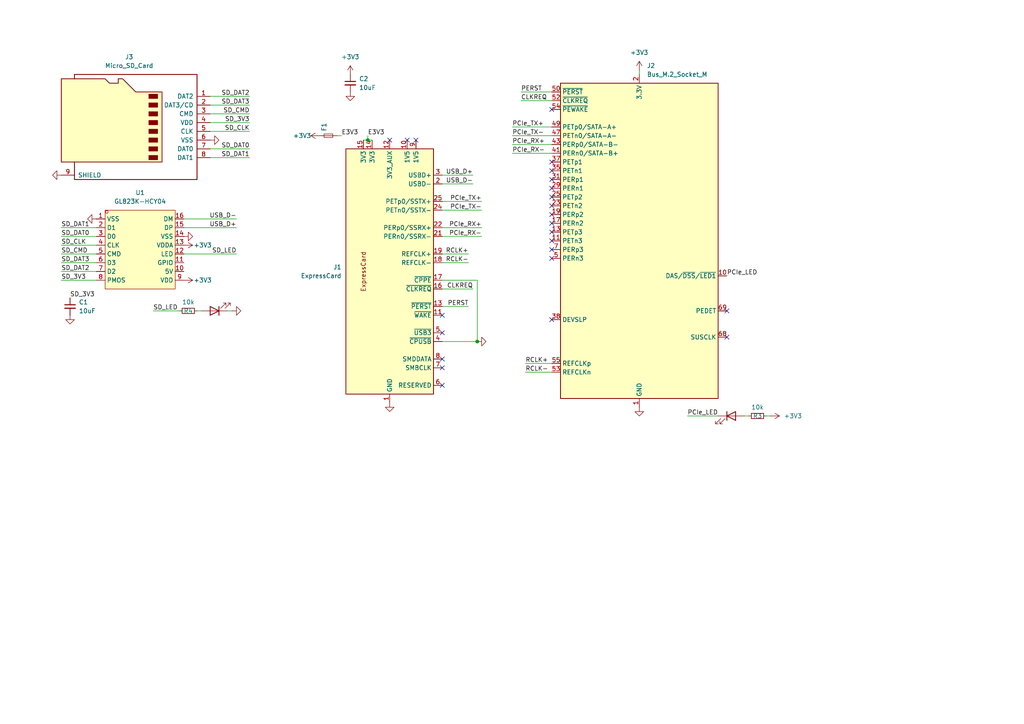
<source format=kicad_sch>
(kicad_sch (version 20231120) (generator "eeschema") (generator_version "8.0")
  (paper "A4")
  (lib_symbols
    (symbol "Connector:Bus_M.2_Socket_M"
      (property "Reference" "J" (at -22.86 46.99 0))
      (property "Value" "Bus_M.2_Socket_M" (at 16.51 46.99 0))
      (symbol "Bus_M.2_Socket_M_0_1"
        (rectangle (start -22.86 45.72) (end 22.86 -45.72) (stroke (width 0.254)) (fill (type background)))
      )
      (symbol "Bus_M.2_Socket_M_1_1"
        (pin power_in line (at 0 -48.26 90) (length 2.54) (name "GND") (number "1"))
        (pin bidirectional line (at 25.4 -10.16 180) (length 2.54) (name "DAS/~{DSS}/~{LED1}") (number "10"))
        (pin output line (at -25.4 0 0) (length 2.54) (name "PETn3") (number "11"))
        (pin passive line (at 0 48.26 270) (length 2.54) hide (name "3.3V") (number "12"))
        (pin output line (at -25.4 2.54 0) (length 2.54) (name "PETp3") (number "13"))
        (pin passive line (at 0 48.26 270) (length 2.54) hide (name "3.3V") (number "14"))
        (pin passive line (at 0 -48.26 90) (length 2.54) hide (name "GND") (number "15"))
        (pin passive line (at 0 48.26 270) (length 2.54) hide (name "3.3V") (number "16"))
        (pin input line (at -25.4 5.08 0) (length 2.54) (name "PERn2") (number "17"))
        (pin passive line (at 0 48.26 270) (length 2.54) hide (name "3.3V") (number "18"))
        (pin input line (at -25.4 7.62 0) (length 2.54) (name "PERp2") (number "19"))
        (pin power_in line (at 0 48.26 270) (length 2.54) (name "3.3V") (number "2"))
        (pin no_connect line (at 22.86 2.54 180) (length 2.54) hide (name "NC") (number "20"))
        (pin passive line (at 0 -48.26 90) (length 2.54) hide (name "GND") (number "21"))
        (pin no_connect line (at 22.86 5.08 180) (length 2.54) hide (name "NC") (number "22"))
        (pin output line (at -25.4 10.16 0) (length 2.54) (name "PETn2") (number "23"))
        (pin no_connect line (at 22.86 7.62 180) (length 2.54) hide (name "NC") (number "24"))
        (pin output line (at -25.4 12.7 0) (length 2.54) (name "PETp2") (number "25"))
        (pin no_connect line (at 22.86 10.16 180) (length 2.54) hide (name "NC") (number "26"))
        (pin passive line (at 0 -48.26 90) (length 2.54) hide (name "GND") (number "27"))
        (pin no_connect line (at 22.86 12.7 180) (length 2.54) hide (name "NC") (number "28"))
        (pin input line (at -25.4 15.24 0) (length 2.54) (name "PERn1") (number "29"))
        (pin passive line (at 0 -48.26 90) (length 2.54) hide (name "GND") (number "3"))
        (pin no_connect line (at 22.86 15.24 180) (length 2.54) hide (name "NC") (number "30"))
        (pin input line (at -25.4 17.78 0) (length 2.54) (name "PERp1") (number "31"))
        (pin no_connect line (at 22.86 17.78 180) (length 2.54) hide (name "NC") (number "32"))
        (pin passive line (at 0 -48.26 90) (length 2.54) hide (name "GND") (number "33"))
        (pin no_connect line (at 22.86 20.32 180) (length 2.54) hide (name "NC") (number "34"))
        (pin output line (at -25.4 20.32 0) (length 2.54) (name "PETn1") (number "35"))
        (pin no_connect line (at 22.86 22.86 180) (length 2.54) hide (name "NC") (number "36"))
        (pin output line (at -25.4 22.86 0) (length 2.54) (name "PETp1") (number "37"))
        (pin output line (at -25.4 -22.86 0) (length 2.54) (name "DEVSLP") (number "38"))
        (pin passive line (at 0 -48.26 90) (length 2.54) hide (name "GND") (number "39"))
        (pin passive line (at 0 48.26 270) (length 2.54) hide (name "3.3V") (number "4"))
        (pin no_connect line (at 22.86 25.4 180) (length 2.54) hide (name "NC") (number "40"))
        (pin input line (at -25.4 25.4 0) (length 2.54) (name "PERn0/SATA-B+") (number "41"))
        (pin no_connect line (at 22.86 27.94 180) (length 2.54) hide (name "NC") (number "42"))
        (pin input line (at -25.4 27.94 0) (length 2.54) (name "PERp0/SATA-B-") (number "43"))
        (pin no_connect line (at 22.86 30.48 180) (length 2.54) hide (name "NC") (number "44"))
        (pin passive line (at 0 -48.26 90) (length 2.54) hide (name "GND") (number "45"))
        (pin no_connect line (at 22.86 33.02 180) (length 2.54) hide (name "NC") (number "46"))
        (pin output line (at -25.4 30.48 0) (length 2.54) (name "PETn0/SATA-A-") (number "47"))
        (pin no_connect line (at 22.86 35.56 180) (length 2.54) hide (name "NC") (number "48"))
        (pin output line (at -25.4 33.02 0) (length 2.54) (name "PETp0/SATA-A+") (number "49"))
        (pin input line (at -25.4 -5.08 0) (length 2.54) (name "PERn3") (number "5"))
        (pin output line (at -25.4 43.18 0) (length 2.54) (name "~{PERST}") (number "50"))
        (pin passive line (at 0 -48.26 90) (length 2.54) hide (name "GND") (number "51"))
        (pin bidirectional line (at -25.4 40.64 0) (length 2.54) (name "~{CLKREQ}") (number "52"))
        (pin output line (at -25.4 -38.1 0) (length 2.54) (name "REFCLKn") (number "53"))
        (pin bidirectional line (at -25.4 38.1 0) (length 2.54) (name "~{PEWAKE}") (number "54"))
        (pin output line (at -25.4 -35.56 0) (length 2.54) (name "REFCLKp") (number "55"))
        (pin no_connect line (at 22.86 38.1 180) (length 2.54) hide (name "NC") (number "56"))
        (pin passive line (at 0 -48.26 90) (length 2.54) hide (name "GND") (number "57"))
        (pin no_connect line (at 22.86 40.64 180) (length 2.54) hide (name "NC") (number "58"))
        (pin no_connect line (at 22.86 -2.54 180) (length 2.54) hide (name "NC") (number "6"))
        (pin no_connect line (at 22.86 -5.08 180) (length 2.54) hide (name "NC") (number "67"))
        (pin output line (at 25.4 -27.94 180) (length 2.54) (name "SUSCLK") (number "68"))
        (pin passive line (at 25.4 -20.32 180) (length 2.54) (name "PEDET") (number "69"))
        (pin input line (at -25.4 -2.54 0) (length 2.54) (name "PERp3") (number "7"))
        (pin passive line (at 0 48.26 270) (length 2.54) hide (name "3.3V") (number "70"))
        (pin passive line (at 0 -48.26 90) (length 2.54) hide (name "GND") (number "71"))
        (pin passive line (at 0 48.26 270) (length 2.54) hide (name "3.3V") (number "72"))
        (pin passive line (at 0 -48.26 90) (length 2.54) hide (name "GND") (number "73"))
        (pin passive line (at 0 48.26 270) (length 2.54) hide (name "3.3V") (number "74"))
        (pin passive line (at 0 -48.26 90) (length 2.54) hide (name "GND") (number "75"))
        (pin no_connect line (at 22.86 0 180) (length 2.54) hide (name "NC") (number "8"))
        (pin passive line (at 0 -48.26 90) (length 2.54) hide (name "GND") (number "9"))
      )
    )
    (symbol "Connector:ExpressCard"
      (property "Reference" "J" (at 11.43 36.83 0))
      (property "Value" "ExpressCard" (at 7.62 -36.83 0))
      (symbol "ExpressCard_0_0"
        (text "ExpressCard" (at -7.62 0 900) (effects (font (size 1.27 1.27))))
      )
      (symbol "ExpressCard_0_1"
        (rectangle (start -12.7 35.56) (end 12.7 -35.56) (stroke (width 0.254)) (fill (type background)))
      )
      (symbol "ExpressCard_1_1"
        (pin power_out line (at 0 -38.1 90) (length 2.54) (name "GND") (number "1"))
        (pin power_out line (at 5.08 38.1 270) (length 2.54) (name "1V5") (number "10"))
        (pin input line (at 15.24 -12.7 180) (length 2.54) (name "~{WAKE}") (number "11"))
        (pin power_out line (at 0 38.1 270) (length 2.54) (name "3V3_AUX") (number "12"))
        (pin output line (at 15.24 -10.16 180) (length 2.54) (name "~{PERST}") (number "13"))
        (pin power_out line (at -5.08 38.1 270) (length 2.54) (name "3V3") (number "14"))
        (pin power_out line (at -7.62 38.1 270) (length 2.54) (name "3V3") (number "15"))
        (pin input line (at 15.24 -5.08 180) (length 2.54) (name "~{CLKREQ}") (number "16"))
        (pin input line (at 15.24 -2.54 180) (length 2.54) (name "~{CPPE}") (number "17"))
        (pin output line (at 15.24 2.54 180) (length 2.54) (name "REFCLK-") (number "18"))
        (pin output line (at 15.24 5.08 180) (length 2.54) (name "REFCLK+") (number "19"))
        (pin bidirectional line (at 15.24 25.4 180) (length 2.54) (name "USBD-") (number "2"))
        (pin passive line (at 0 -38.1 90) (length 2.54) hide (name "GND") (number "20"))
        (pin input line (at 15.24 10.16 180) (length 2.54) (name "PERn0/SSRX-") (number "21"))
        (pin input line (at 15.24 12.7 180) (length 2.54) (name "PERp0/SSRX+") (number "22"))
        (pin passive line (at 0 -38.1 90) (length 2.54) hide (name "GND") (number "23"))
        (pin output line (at 15.24 17.78 180) (length 2.54) (name "PETn0/SSTX-") (number "24"))
        (pin output line (at 15.24 20.32 180) (length 2.54) (name "PETp0/SSTX+") (number "25"))
        (pin passive line (at 0 -38.1 90) (length 2.54) hide (name "GND") (number "26"))
        (pin bidirectional line (at 15.24 27.94 180) (length 2.54) (name "USBD+") (number "3"))
        (pin input line (at 15.24 -20.32 180) (length 2.54) (name "~{CPUSB}") (number "4"))
        (pin bidirectional line (at 15.24 -17.78 180) (length 2.54) (name "~{USB3}") (number "5"))
        (pin passive line (at 15.24 -33.02 180) (length 2.54) (name "RESERVED") (number "6"))
        (pin output line (at 15.24 -27.94 180) (length 2.54) (name "SMBCLK") (number "7"))
        (pin bidirectional line (at 15.24 -25.4 180) (length 2.54) (name "SMDDATA") (number "8"))
        (pin power_out line (at 7.62 38.1 270) (length 2.54) (name "1V5") (number "9"))
      )
    )
    (symbol "Connector:Micro_SD_Card" (pin_names (offset 1.016))
      (property "Reference" "J" (at -16.51 15.24 0))
      (property "Value" "Micro_SD_Card" (at 16.51 15.24 0))
      (symbol "Micro_SD_Card_0_1"
        (rectangle (start -7.62 -9.525) (end -5.08 -10.795) (fill (type outline)))
        (rectangle (start -7.62 -6.985) (end -5.08 -8.255) (fill (type outline)))
        (rectangle (start -7.62 -4.445) (end -5.08 -5.715) (fill (type outline)))
        (rectangle (start -7.62 -1.905) (end -5.08 -3.175) (fill (type outline)))
        (rectangle (start -7.62 0.635) (end -5.08 -0.635) (fill (type outline)))
        (rectangle (start -7.62 3.175) (end -5.08 1.905) (fill (type outline)))
        (rectangle (start -7.62 5.715) (end -5.08 4.445) (fill (type outline)))
        (rectangle (start -7.62 8.255) (end -5.08 6.985) (fill (type outline)))
        (polyline (pts (xy 16.51 12.7) (xy 16.51 13.97) (xy -19.05 13.97) (xy -19.05 -16.51) (xy 16.51 -16.51) (xy 16.51 -11.43)) (stroke (width 0.254)))
        (polyline (pts (xy -8.89 -11.43) (xy -8.89 8.89) (xy -1.27 8.89) (xy 2.54 12.7) (xy 3.81 12.7) (xy 3.81 11.43) (xy 6.35 11.43) (xy 7.62 12.7) (xy 20.32 12.7) (xy 20.32 -11.43) (xy -8.89 -11.43)) (stroke (width 0.254)) (fill (type background)))
      )
      (symbol "Micro_SD_Card_1_1"
        (pin bidirectional line (at -22.86 7.62 0) (length 3.81) (name "DAT2") (number "1"))
        (pin bidirectional line (at -22.86 5.08 0) (length 3.81) (name "DAT3/CD") (number "2"))
        (pin input line (at -22.86 2.54 0) (length 3.81) (name "CMD") (number "3"))
        (pin power_in line (at -22.86 0 0) (length 3.81) (name "VDD") (number "4"))
        (pin input line (at -22.86 -2.54 0) (length 3.81) (name "CLK") (number "5"))
        (pin power_in line (at -22.86 -5.08 0) (length 3.81) (name "VSS") (number "6"))
        (pin bidirectional line (at -22.86 -7.62 0) (length 3.81) (name "DAT0") (number "7"))
        (pin bidirectional line (at -22.86 -10.16 0) (length 3.81) (name "DAT1") (number "8"))
        (pin passive line (at 20.32 -15.24 180) (length 3.81) (name "SHIELD") (number "9"))
      )
    )
    (symbol "Device:C_Small" (pin_numbers hide) (pin_names (offset 0.254) hide)
      (property "Reference" "C" (at 0.254 1.778 0))
      (property "Value" "C_Small" (at 0.254 -2.032 0))
      (symbol "C_Small_0_1"
        (polyline (pts (xy -1.524 -0.508) (xy 1.524 -0.508)) (stroke (width 0.3302)))
        (polyline (pts (xy -1.524 0.508) (xy 1.524 0.508)) (stroke (width 0.3048)))
      )
      (symbol "C_Small_1_1"
        (pin passive line (at 0 2.54 270) (length 2.032) (name "~") (number "1"))
        (pin passive line (at 0 -2.54 90) (length 2.032) (name "~") (number "2"))
      )
    )
    (symbol "Device:Fuse_Small" (pin_numbers hide) (pin_names (offset 0.254) hide)
      (property "Reference" "F" (at 0 -1.524 0))
      (property "Value" "Fuse_Small" (at 0 1.524 0))
      (symbol "Fuse_Small_0_1"
        (rectangle (start -1.27 0.508) (end 1.27 -0.508))
        (polyline (pts (xy -1.27 0) (xy 1.27 0)))
      )
      (symbol "Fuse_Small_1_1"
        (pin passive line (at -2.54 0 0) (length 1.27) (name "~") (number "1"))
        (pin passive line (at 2.54 0 180) (length 1.27) (name "~") (number "2"))
      )
    )
    (symbol "Device:LED" (pin_numbers hide) (pin_names (offset 1.016) hide)
      (property "Reference" "D" (at 0 2.54 0))
      (property "Value" "LED" (at 0 -2.54 0))
      (symbol "LED_0_1"
        (polyline (pts (xy -1.27 -1.27) (xy -1.27 1.27)) (stroke (width 0.254)))
        (polyline (pts (xy -1.27 0) (xy 1.27 0)))
        (polyline (pts (xy 1.27 -1.27) (xy 1.27 1.27) (xy -1.27 0) (xy 1.27 -1.27)) (stroke (width 0.254)))
        (polyline (pts (xy -3.048 -0.762) (xy -4.572 -2.286) (xy -3.81 -2.286) (xy -4.572 -2.286) (xy -4.572 -1.524)))
        (polyline (pts (xy -1.778 -0.762) (xy -3.302 -2.286) (xy -2.54 -2.286) (xy -3.302 -2.286) (xy -3.302 -1.524)))
      )
      (symbol "LED_1_1"
        (pin passive line (at -3.81 0 0) (length 2.54) (name "K") (number "1"))
        (pin passive line (at 3.81 0 180) (length 2.54) (name "A") (number "2"))
      )
    )
    (symbol "Device:R_Small" (pin_numbers hide) (pin_names (offset 0.254) hide)
      (property "Reference" "R" (at 0.762 0.508 0))
      (property "Value" "R_Small" (at 0.762 -1.016 0))
      (symbol "R_Small_0_1"
        (rectangle (start -0.762 1.778) (end 0.762 -1.778) (stroke (width 0.2032)))
      )
      (symbol "R_Small_1_1"
        (pin passive line (at 0 2.54 270) (length 0.762) (name "~") (number "1"))
        (pin passive line (at 0 -2.54 90) (length 0.762) (name "~") (number "2"))
      )
    )
    (symbol "New_Library:GL823K-HCY04"
      (property "Reference" "U" (at 0 13.97 0))
      (property "Value" "GL823K-HCY04" (at 0 -13.97 0))
      (symbol "GL823K-HCY04_0_1"
        (rectangle (start -10.16 11.43) (end 10.16 -11.43) (fill (type background)))
        (circle (center -9.65 10.92) (radius 0.38))
        (pin unspecified line (at -12.7 8.89 0) (length 2.54) (name "VSS") (number "1"))
        (pin unspecified line (at 12.7 -6.35 180) (length 2.54) (name "5V") (number "10"))
        (pin unspecified line (at 12.7 -3.81 180) (length 2.54) (name "GPIO") (number "11"))
        (pin unspecified line (at 12.7 -1.27 180) (length 2.54) (name "LED") (number "12"))
        (pin unspecified line (at 12.7 1.27 180) (length 2.54) (name "VDDA") (number "13"))
        (pin unspecified line (at 12.7 3.81 180) (length 2.54) (name "VSS") (number "14"))
        (pin unspecified line (at 12.7 6.35 180) (length 2.54) (name "DP") (number "15"))
        (pin unspecified line (at 12.7 8.89 180) (length 2.54) (name "DM") (number "16"))
        (pin unspecified line (at -12.7 6.35 0) (length 2.54) (name "D1") (number "2"))
        (pin unspecified line (at -12.7 3.81 0) (length 2.54) (name "D0") (number "3"))
        (pin unspecified line (at -12.7 1.27 0) (length 2.54) (name "CLK") (number "4"))
        (pin unspecified line (at -12.7 -1.27 0) (length 2.54) (name "CMD") (number "5"))
        (pin unspecified line (at -12.7 -3.81 0) (length 2.54) (name "D3") (number "6"))
        (pin unspecified line (at -12.7 -6.35 0) (length 2.54) (name "D2") (number "7"))
        (pin unspecified line (at -12.7 -8.89 0) (length 2.54) (name "PMOS") (number "8"))
        (pin unspecified line (at 12.7 -8.89 180) (length 2.54) (name "VDD") (number "9"))
      )
    )
    (symbol "power:+3V3" (power) (pin_numbers hide) (pin_names (offset 0) hide)
      (property "Value" "+3V3" (at 0 3.556 0))
      (symbol "+3V3_0_1"
        (polyline (pts (xy -0.762 1.27) (xy 0 2.54)))
        (polyline (pts (xy 0 0) (xy 0 2.54)))
        (polyline (pts (xy 0 2.54) (xy 0.762 1.27)))
      )
      (symbol "+3V3_1_1"
        (pin power_in line (at 0 0 90) (length 0) (name "~") (number "1"))
      )
    )
    (symbol "power:GND" (power) (pin_numbers hide) (pin_names (offset 0) hide)
      (property "Value" "GND" (at 0 -3.81 0))
      (symbol "GND_0_1"
        (polyline (pts (xy 0 0) (xy 0 -1.27) (xy 1.27 -1.27) (xy 0 -2.54) (xy -1.27 -1.27) (xy 0 -1.27)))
      )
      (symbol "GND_1_1"
        (pin power_in line (at 0 0 270) (length 0) (name "~") (number "1"))
      )
    )
  )
  (junction (at 138.43 99.06))
  (junction (at 106.68 40.64))
  (no_connect (at 160.02 64.77))
  (no_connect (at 160.02 49.53))
  (no_connect (at 160.02 31.75))
  (no_connect (at 160.02 74.93))
  (no_connect (at 128.27 96.52))
  (no_connect (at 160.02 46.99))
  (no_connect (at 128.27 104.14))
  (no_connect (at 118.11 40.64))
  (no_connect (at 210.82 97.79))
  (no_connect (at 160.02 72.39))
  (no_connect (at 160.02 67.31))
  (no_connect (at 160.02 92.71))
  (no_connect (at 160.02 52.07))
  (no_connect (at 128.27 111.76))
  (no_connect (at 160.02 54.61))
  (no_connect (at 120.65 40.64))
  (no_connect (at 128.27 91.44))
  (no_connect (at 210.82 90.17))
  (no_connect (at 160.02 62.23))
  (no_connect (at 160.02 69.85))
  (no_connect (at 160.02 59.69))
  (no_connect (at 128.27 106.68))
  (no_connect (at 113.03 40.64))
  (no_connect (at 160.02 57.15))
  (wire (pts (xy 222.25 120.65) (xy 223.52 120.65)))
  (wire (pts (xy 148.59 41.91) (xy 160.02 41.91)))
  (wire (pts (xy 185.42 20.32) (xy 185.42 21.59)))
  (wire (pts (xy 60.96 33.02) (xy 72.39 33.02)))
  (wire (pts (xy 72.39 43.18) (xy 60.96 43.18)))
  (wire (pts (xy 44.45 90.17) (xy 52.07 90.17)))
  (wire (pts (xy 57.15 90.17) (xy 58.42 90.17)))
  (wire (pts (xy 148.59 39.37) (xy 160.02 39.37)))
  (wire (pts (xy 72.39 38.1) (xy 60.96 38.1)))
  (wire (pts (xy 60.96 30.48) (xy 72.39 30.48)))
  (wire (pts (xy 105.41 40.64) (xy 106.68 40.64)))
  (wire (pts (xy 128.27 99.06) (xy 138.43 99.06)))
  (wire (pts (xy 151.13 26.67) (xy 160.02 26.67)))
  (wire (pts (xy 17.78 78.74) (xy 27.94 78.74)))
  (wire (pts (xy 68.58 73.66) (xy 53.34 73.66)))
  (wire (pts (xy 99.06 39.37) (xy 97.79 39.37)))
  (wire (pts (xy 17.78 68.58) (xy 27.94 68.58)))
  (wire (pts (xy 106.68 39.37) (xy 106.68 40.64)))
  (wire (pts (xy 128.27 76.2) (xy 135.89 76.2)))
  (wire (pts (xy 135.89 73.66) (xy 128.27 73.66)))
  (wire (pts (xy 148.59 44.45) (xy 160.02 44.45)))
  (wire (pts (xy 152.4 107.95) (xy 160.02 107.95)))
  (wire (pts (xy 152.4 105.41) (xy 160.02 105.41)))
  (wire (pts (xy 138.43 81.28) (xy 128.27 81.28)))
  (wire (pts (xy 139.7 66.04) (xy 128.27 66.04)))
  (wire (pts (xy 137.16 50.8) (xy 128.27 50.8)))
  (wire (pts (xy 138.43 99.06) (xy 138.43 81.28)))
  (wire (pts (xy 128.27 53.34) (xy 137.16 53.34)))
  (wire (pts (xy 215.9 120.65) (xy 217.17 120.65)))
  (wire (pts (xy 53.34 63.5) (xy 68.58 63.5)))
  (wire (pts (xy 17.78 76.2) (xy 27.94 76.2)))
  (wire (pts (xy 139.7 60.96) (xy 128.27 60.96)))
  (wire (pts (xy 139.7 58.42) (xy 128.27 58.42)))
  (wire (pts (xy 53.34 66.04) (xy 68.58 66.04)))
  (wire (pts (xy 60.96 45.72) (xy 72.39 45.72)))
  (wire (pts (xy 67.31 90.17) (xy 66.04 90.17)))
  (wire (pts (xy 137.16 83.82) (xy 128.27 83.82)))
  (wire (pts (xy 151.13 29.21) (xy 160.02 29.21)))
  (wire (pts (xy 17.78 73.66) (xy 27.94 73.66)))
  (wire (pts (xy 135.89 88.9) (xy 128.27 88.9)))
  (wire (pts (xy 17.78 81.28) (xy 27.94 81.28)))
  (wire (pts (xy 17.78 66.04) (xy 27.94 66.04)))
  (wire (pts (xy 17.78 71.12) (xy 27.94 71.12)))
  (wire (pts (xy 106.68 40.64) (xy 107.95 40.64)))
  (wire (pts (xy 60.96 27.94) (xy 72.39 27.94)))
  (wire (pts (xy 128.27 68.58) (xy 139.7 68.58)))
  (wire (pts (xy 148.59 36.83) (xy 160.02 36.83)))
  (wire (pts (xy 72.39 35.56) (xy 60.96 35.56)))
  (wire (pts (xy 199.39 120.65) (xy 208.28 120.65)))
  (label "SD_DAT2" (at 17.78 78.74 0))
  (label "PCIe_RX+" (at 139.7 66.04 180))
  (label "USB_D+" (at 68.58 66.04 180))
  (label "RCLK+" (at 135.89 73.66 180))
  (label "SD_CMD" (at 72.39 33.02 180))
  (label "PCIe_RX-" (at 139.7 68.58 180))
  (label "PCIe_TX-" (at 139.7 60.96 180))
  (label "SD_DAT0" (at 17.78 68.58 0))
  (label "PCIe_TX+" (at 148.59 36.83 0))
  (label "SD_DAT2" (at 72.39 27.94 180))
  (label "PCIe_LED" (at 199.39 120.65 0))
  (label "CLKREQ" (at 137.16 83.82 180))
  (label "SD_DAT3" (at 17.78 76.2 0))
  (label "PCIe_TX+" (at 139.7 58.42 180))
  (label "E3V3" (at 99.06 39.37 0))
  (label "CLKREQ" (at 151.13 29.21 0))
  (label "SD_CMD" (at 17.78 73.66 0))
  (label "SD_DAT0" (at 72.39 43.18 180))
  (label "PCIe_RX+" (at 148.59 41.91 0))
  (label "PCIe_TX-" (at 148.59 39.37 0))
  (label "E3V3" (at 106.68 39.37 0))
  (label "RCLK-" (at 152.4 107.95 0))
  (label "PERST" (at 135.89 88.9 180))
  (label "RCLK+" (at 152.4 105.41 0))
  (label "SD_CLK" (at 72.39 38.1 180))
  (label "PCIe_RX-" (at 148.59 44.45 0))
  (label "SD_DAT1" (at 17.78 66.04 0))
  (label "SD_3V3" (at 17.78 81.28 0))
  (label "SD_DAT3" (at 72.39 30.48 180))
  (label "SD_DAT1" (at 72.39 45.72 180))
  (label "SD_LED" (at 68.58 73.66 180))
  (label "SD_LED" (at 44.45 90.17 0))
  (label "SD_3V3" (at 72.39 35.56 180))
  (label "PCIe_LED" (at 210.82 80.01 0))
  (label "RCLK-" (at 135.89 76.2 180))
  (label "USB_D+" (at 137.16 50.8 180))
  (label "USB_D-" (at 68.58 63.5 180))
  (label "SD_CLK" (at 17.78 71.12 0))
  (label "USB_D-" (at 137.16 53.34 180))
  (label "PERST" (at 151.13 26.67 0))
  (label "SD_3V3" (at 20.32 86.36 0))
  (symbol (lib_id "power:GND") (at 27.94 63.5 270) (unit 1)
    (property "Reference" "#PWR07" (effects (hide yes)))
    (property "Value" "GND" (effects (hide yes)))
    (property "Description" "Power symbol creates a global label with name \"GND\" , ground" (effects (hide yes)))
  )
  (symbol (lib_id "Connector:Bus_M.2_Socket_M") (at 185.42 69.85 0) (unit 1)
    (property "Reference" "J2" (at 187.6141 19.05 0) (effects (justify left)))
    (property "Value" "Bus_M.2_Socket_M" (at 187.6141 21.59 0) (effects (justify left)))
    (property "Footprint" "Library:CONN-SMD_APCI0159-P001A" (effects (hide yes)))
    (property "Datasheet" "http://read.pudn.com/downloads794/doc/project/3133918/PCIe_M.2_Electromechanical_Spec_Rev1.0_Final_11012013_RS_Clean.pdf#page=155" (effects (hide yes)))
    (property "Description" "M.2 Socket 3 Mechanical Key M" (effects (hide yes)))
  )
  (symbol (lib_id "power:GND") (at 67.31 90.17 90) (unit 1)
    (property "Reference" "#PWR019" (effects (hide yes)))
    (property "Value" "GND" (effects (hide yes)))
    (property "Description" "Power symbol creates a global label with name \"GND\" , ground" (effects (hide yes)))
  )
  (symbol (lib_id "power:GND") (at 101.6 26.67 0) (unit 1)
    (property "Reference" "#PWR013" (effects (hide yes)))
    (property "Value" "GND" (effects (hide yes)))
    (property "Description" "Power symbol creates a global label with name \"GND\" , ground" (effects (hide yes)))
  )
  (symbol (lib_id "Device:LED") (at 212.09 120.65 0) (unit 1)
    (property "Reference" "D2" (effects (hide yes)))
    (property "Value" "LED" (effects (hide yes)))
    (property "Footprint" "LED_SMD:LED_0603_1608Metric" (effects (hide yes)))
    (property "Description" "Light emitting diode" (effects (hide yes)))
  )
  (symbol (lib_id "power:+3V3") (at 223.52 120.65 270) (unit 1)
    (property "Reference" "#PWR021" (effects (hide yes)))
    (property "Value" "+3V3" (at 227.33 120.6499 90) (effects (justify left)))
    (property "Description" "Power symbol creates a global label with name \"+3V3\"" (effects (hide yes)))
  )
  (symbol (lib_id "power:GND") (at 53.34 68.58 90) (unit 1)
    (property "Reference" "#PWR09" (effects (hide yes)))
    (property "Value" "GND" (effects (hide yes)))
    (property "Description" "Power symbol creates a global label with name \"GND\" , ground" (effects (hide yes)))
  )
  (symbol (lib_id "power:GND") (at 113.03 116.84 0) (unit 1)
    (property "Reference" "#PWR01" (effects (hide yes)))
    (property "Value" "GND" (effects (hide yes)))
    (property "Description" "Power symbol creates a global label with name \"GND\" , ground" (effects (hide yes)))
  )
  (symbol (lib_id "Device:LED") (at 62.23 90.17 180) (unit 1)
    (property "Reference" "D1" (effects (hide yes)))
    (property "Value" "LED" (effects (hide yes)))
    (property "Footprint" "LED_SMD:LED_0603_1608Metric" (effects (hide yes)))
    (property "Description" "Light emitting diode" (effects (hide yes)))
  )
  (symbol (lib_id "Device:R_Small") (at 219.71 120.65 90) (unit 1)
    (property "Reference" "R3" (at 219.71 120.65 90))
    (property "Value" "10k" (at 219.71 118.11 90))
    (property "Footprint" "Resistor_SMD:R_0402_1005Metric" (effects (hide yes)))
    (property "Description" "Resistor, small symbol" (effects (hide yes)))
  )
  (symbol (lib_id "power:+3V3") (at 53.34 71.12 270) (unit 1)
    (property "Reference" "#PWR011" (effects (hide yes)))
    (property "Value" "+3V3" (at 56.134 71.12 90) (effects (justify left)))
    (property "Description" "Power symbol creates a global label with name \"+3V3\"" (effects (hide yes)))
  )
  (symbol (lib_id "power:+3V3") (at 92.71 39.37 90) (unit 1)
    (property "Reference" "#PWR04" (effects (hide yes)))
    (property "Value" "+3V3" (at 87.63 39.37 90))
    (property "Description" "Power symbol creates a global label with name \"+3V3\"" (effects (hide yes)))
  )
  (symbol (lib_id "power:GND") (at 185.42 118.11 0) (unit 1)
    (property "Reference" "#PWR02" (effects (hide yes)))
    (property "Value" "GND" (effects (hide yes)))
    (property "Description" "Power symbol creates a global label with name \"GND\" , ground" (effects (hide yes)))
  )
  (symbol (lib_id "Connector:ExpressCard") (at 113.03 78.74 0) (unit 1)
    (property "Reference" "J1" (at 99.06 77.4699 0) (effects (justify right)))
    (property "Value" "ExpressCard" (at 99.06 80.0099 0) (effects (justify right)))
    (property "Footprint" "Library:ExpressCard_Plug" (effects (hide yes)))
    (property "Datasheet" "https://web.archive.org/web/20180809060653/http://www.usb.org/developers/expresscard/EC_specifications/ExpressCard_2_0_FINAL.pdf" (effects (hide yes)))
    (property "Description" "ExpressCard connector" (effects (hide yes)))
  )
  (symbol (lib_id "power:GND") (at 20.32 91.44 0) (unit 1)
    (property "Reference" "#PWR012" (effects (hide yes)))
    (property "Value" "GND" (effects (hide yes)))
    (property "Description" "Power symbol creates a global label with name \"GND\" , ground" (effects (hide yes)))
  )
  (symbol (lib_id "power:GND") (at 138.43 99.06 90) (unit 1)
    (property "Reference" "#PWR020" (effects (hide yes)))
    (property "Value" "GND" (effects (hide yes)))
    (property "Description" "Power symbol creates a global label with name \"GND\" , ground" (effects (hide yes)))
  )
  (symbol (lib_id "power:+3V3") (at 185.42 20.32 0) (unit 1)
    (property "Reference" "#PWR05" (effects (hide yes)))
    (property "Value" "+3V3" (at 185.42 15.24 0))
    (property "Description" "Power symbol creates a global label with name \"+3V3\"" (effects (hide yes)))
  )
  (symbol (lib_id "Device:Fuse_Small") (at 95.25 39.37 180) (unit 1)
    (property "Reference" "F1" (at 93.9799 38.1 90) (effects (justify right)))
    (property "Value" "Fuse_Small" (effects (hide yes)))
    (property "Footprint" "Fuse:Fuse_0805_2012Metric" (effects (hide yes)))
    (property "Description" "Fuse, small symbol" (effects (hide yes)))
  )
  (symbol (lib_id "Device:C_Small") (at 101.6 24.13 0) (unit 1)
    (property "Reference" "C2" (at 104.14 22.8662 0) (effects (justify left)))
    (property "Value" "10uF" (at 104.14 25.4062 0) (effects (justify left)))
    (property "Footprint" "Capacitor_SMD:C_0603_1608Metric" (effects (hide yes)))
    (property "Description" "Unpolarized capacitor, small symbol" (effects (hide yes)))
  )
  (symbol (lib_id "Connector:Micro_SD_Card") (at 38.1 35.56 0) (mirror y) (unit 1)
    (property "Reference" "J3" (at 37.465 16.51 0))
    (property "Value" "Micro_SD_Card" (at 37.465 19.05 0))
    (property "Footprint" "Library:TF-SMD_TF-123-ARP9H15" (effects (hide yes)))
    (property "Datasheet" "http://katalog.we-online.de/em/datasheet/693072010801.pdf" (effects (hide yes)))
    (property "Description" "Micro SD Card Socket" (effects (hide yes)))
  )
  (symbol (lib_id "New_Library:GL823K-HCY04") (at 40.64 72.39 0) (unit 1)
    (property "Reference" "U1" (at 40.64 55.88 0))
    (property "Value" "GL823K-HCY04" (at 40.64 58.42 0))
    (property "Footprint" "Package_SO:SSOP-16_3.9x4.9mm_P0.635mm" (effects (hide yes)))
    (property "Datasheet" "https://lcsc.com/product-detail/Others_Genesys-Logic_GL823K-HCY04_Genesys-Logic-GL823K-HCY04_C284879.html" (effects (hide yes)))
    (property "LCSC Part" "C284879" (effects (hide yes)))
  )
  (symbol (lib_id "power:+3V3") (at 53.34 81.28 270) (unit 1)
    (property "Reference" "#PWR010" (effects (hide yes)))
    (property "Value" "+3V3" (at 56.134 81.28 90) (effects (justify left)))
    (property "Description" "Power symbol creates a global label with name \"+3V3\"" (effects (hide yes)))
  )
  (symbol (lib_id "power:GND") (at 60.96 40.64 90) (unit 1)
    (property "Reference" "#PWR08" (effects (hide yes)))
    (property "Value" "GND" (effects (hide yes)))
    (property "Description" "Power symbol creates a global label with name \"GND\" , ground" (effects (hide yes)))
  )
  (symbol (lib_id "Device:R_Small") (at 54.61 90.17 90) (unit 1)
    (property "Reference" "R4" (at 54.61 90.17 90))
    (property "Value" "10k" (at 54.61 87.63 90))
    (property "Footprint" "Resistor_SMD:R_0402_1005Metric" (effects (hide yes)))
    (property "Description" "Resistor, small symbol" (effects (hide yes)))
  )
  (symbol (lib_id "power:GND") (at 17.78 50.8 270) (mirror x) (unit 1)
    (property "Reference" "#PWR03" (effects (hide yes)))
    (property "Value" "GND" (effects (hide yes)))
    (property "Description" "Power symbol creates a global label with name \"GND\" , ground" (effects (hide yes)))
  )
  (symbol (lib_id "power:+3V3") (at 101.6 21.59 0) (unit 1)
    (property "Reference" "#PWR014" (effects (hide yes)))
    (property "Value" "+3V3" (at 101.6 16.51 0))
    (property "Description" "Power symbol creates a global label with name \"+3V3\"" (effects (hide yes)))
  )
  (symbol (lib_id "Device:C_Small") (at 20.32 88.9 0) (unit 1)
    (property "Reference" "C1" (at 22.86 87.6362 0) (effects (justify left)))
    (property "Value" "10uF" (at 22.86 90.1762 0) (effects (justify left)))
    (property "Footprint" "Capacitor_SMD:C_0603_1608Metric" (effects (hide yes)))
    (property "Description" "Unpolarized capacitor, small symbol" (effects (hide yes)))
  )
)
</source>
